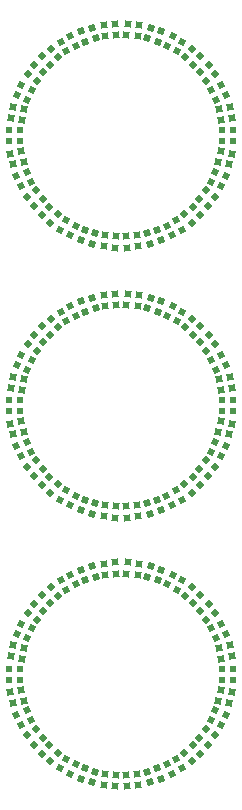
<source format=gtp>
G04 Layer: TopPasteMaskLayer*
G04 EasyEDA v6.5.29, 2023-07-18 11:22:46*
G04 d896c42b98474c1f997fee1a3b510d80,5a6b42c53f6a479593ecc07194224c93,10*
G04 Gerber Generator version 0.2*
G04 Scale: 100 percent, Rotated: No, Reflected: No *
G04 Dimensions in millimeters *
G04 leading zeros omitted , absolute positions ,4 integer and 5 decimal *
%FSLAX45Y45*%
%MOMM*%

%AMMACRO1*21,1,$1,$2,0,0,$3*%
%ADD10R,0.5500X0.5500*%
%ADD11MACRO1,0.55X0.55X12.0001*%
%ADD12MACRO1,0.55X0.55X23.9998*%
%ADD13MACRO1,0.55X0.55X23.9988*%
%ADD14MACRO1,0.55X0.55X36.0009*%
%ADD15MACRO1,0.55X0.55X36.0003*%
%ADD16MACRO1,0.55X0.55X48.0006*%
%ADD17MACRO1,0.55X0.55X47.9988*%
%ADD18MACRO1,0.55X0.55X48.0008*%
%ADD19MACRO1,0.55X0.55X60.0024*%
%ADD20MACRO1,0.55X0.55X60.0011*%
%ADD21MACRO1,0.55X0.55X59.9998*%
%ADD22MACRO1,0.55X0.55X72.0010*%
%ADD23MACRO1,0.55X0.55X72.0027*%
%ADD24MACRO1,0.55X0.55X72.0002*%
%ADD25MACRO1,0.55X0.55X84.0011*%
%ADD26MACRO1,0.55X0.55X84.0006*%
%ADD27MACRO1,0.55X0.55X84.0008*%
%ADD28MACRO1,0.55X0.55X96.0015*%
%ADD29MACRO1,0.55X0.55X95.9994*%
%ADD30MACRO1,0.55X0.55X95.9992*%
%ADD31MACRO1,0.55X0.55X108.0023*%
%ADD32MACRO1,0.55X0.55X108.0006*%
%ADD33MACRO1,0.55X0.55X119.9999*%
%ADD34MACRO1,0.55X0.55X120.0035*%
%ADD35MACRO1,0.55X0.55X119.9989*%
%ADD36MACRO1,0.55X0.55X132.0014*%
%ADD37MACRO1,0.55X0.55X131.9994*%
%ADD38MACRO1,0.55X0.55X131.9992*%
%ADD39MACRO1,0.55X0.55X143.9991*%
%ADD40MACRO1,0.55X0.55X144.0012*%
%ADD41MACRO1,0.55X0.55X143.9997*%
%ADD42MACRO1,0.55X0.55X144.0034*%
%ADD43MACRO1,0.55X0.55X156.0012*%
%ADD44MACRO1,0.55X0.55X156.0015*%
%ADD45MACRO1,0.55X0.55X155.9991*%
%ADD46MACRO1,0.55X0.55X167.9999*%
%ADD47MACRO1,0.55X0.55X167.9993*%
%ADD48MACRO1,0.55X0.55X168.0025*%
%ADD49MACRO1,0.55X0.55X-12.0001*%
%ADD50MACRO1,0.55X0.55X-12.0007*%
%ADD51MACRO1,0.55X0.55X-11.9975*%
%ADD52MACRO1,0.55X0.55X-23.9988*%
%ADD53MACRO1,0.55X0.55X-23.9985*%
%ADD54MACRO1,0.55X0.55X-24.0009*%
%ADD55MACRO1,0.55X0.55X-36.0009*%
%ADD56MACRO1,0.55X0.55X-35.9988*%
%ADD57MACRO1,0.55X0.55X-36.0003*%
%ADD58MACRO1,0.55X0.55X-35.9966*%
%ADD59MACRO1,0.55X0.55X-47.9986*%
%ADD60MACRO1,0.55X0.55X-48.0006*%
%ADD61MACRO1,0.55X0.55X-48.0008*%
%ADD62MACRO1,0.55X0.55X-60.0001*%
%ADD63MACRO1,0.55X0.55X-59.9965*%
%ADD64MACRO1,0.55X0.55X-60.0011*%
%ADD65MACRO1,0.55X0.55X-71.9977*%
%ADD66MACRO1,0.55X0.55X-71.9994*%
%ADD67MACRO1,0.55X0.55X-83.9985*%
%ADD68MACRO1,0.55X0.55X-84.0006*%
%ADD69MACRO1,0.55X0.55X-84.0008*%
%ADD70MACRO1,0.55X0.55X-95.9989*%
%ADD71MACRO1,0.55X0.55X-95.9994*%
%ADD72MACRO1,0.55X0.55X-95.9992*%
%ADD73MACRO1,0.55X0.55X-107.9990*%
%ADD74MACRO1,0.55X0.55X-107.9973*%
%ADD75MACRO1,0.55X0.55X-107.9998*%
%ADD76MACRO1,0.55X0.55X-119.9976*%
%ADD77MACRO1,0.55X0.55X-119.9989*%
%ADD78MACRO1,0.55X0.55X-120.0002*%
%ADD79MACRO1,0.55X0.55X-131.9994*%
%ADD80MACRO1,0.55X0.55X-132.0012*%
%ADD81MACRO1,0.55X0.55X-131.9992*%
%ADD82MACRO1,0.55X0.55X-143.9991*%
%ADD83MACRO1,0.55X0.55X-143.9997*%
%ADD84MACRO1,0.55X0.55X-156.0002*%
%ADD85MACRO1,0.55X0.55X-156.0012*%
%ADD86MACRO1,0.55X0.55X-167.9999*%
%ADD87MACRO1,0.55X0.55X168.0004*%
%ADD88MACRO1,0.55X0.55X156.0002*%
%ADD89MACRO1,0.55X0.55X156.0026*%
%ADD90MACRO1,0.55X0.55X144.0006*%
%ADD91MACRO1,0.55X0.55X132.0012*%
%ADD92MACRO1,0.55X0.55X120.0012*%
%ADD93MACRO1,0.55X0.55X108.0015*%
%ADD94MACRO1,0.55X0.55X107.9990*%
%ADD95MACRO1,0.55X0.55X95.9989*%
%ADD96MACRO1,0.55X0.55X96.0021*%
%ADD97MACRO1,0.55X0.55X60.0001*%
%ADD98MACRO1,0.55X0.55X35.9988*%
%ADD99MACRO1,0.55X0.55X11.9975*%
%ADD100MACRO1,0.55X0.55X12.0007*%
%ADD101MACRO1,0.55X0.55X11.9996*%
%ADD102C,0.0120*%

%LPD*%
D10*
G01*
X13262102Y9308820D03*
G01*
X13262102Y9213799D03*
G01*
X13357123Y9213799D03*
G01*
X13357123Y9308820D03*
D11*
G01*
X13233587Y9485026D03*
G01*
X13253344Y9392088D03*
G01*
X13346291Y9411839D03*
G01*
X13326534Y9504782D03*
D12*
G01*
X13169066Y9651455D03*
D13*
G01*
X13207714Y9564655D03*
D12*
G01*
X13294525Y9603299D03*
G01*
X13255875Y9690103D03*
D14*
G01*
X13071353Y9800830D03*
G01*
X13127202Y9723962D03*
D15*
G01*
X13204080Y9779811D03*
G01*
X13148227Y9856683D03*
D16*
G01*
X12944717Y9926627D03*
G01*
X13015328Y9863051D03*
D17*
G01*
X13078914Y9933663D03*
D18*
G01*
X13008300Y9997243D03*
D19*
G01*
X12794695Y10023344D03*
G01*
X12876980Y9975837D03*
D20*
G01*
X12924496Y10058128D03*
D21*
G01*
X12842205Y10105636D03*
D22*
G01*
X12627842Y10086756D03*
G01*
X12718206Y10057396D03*
D23*
G01*
X12747575Y10147767D03*
D24*
G01*
X12657204Y10177128D03*
D25*
G01*
X12451452Y10114093D03*
G01*
X12545947Y10104161D03*
D26*
G01*
X12555884Y10198665D03*
D27*
G01*
X12461383Y10208595D03*
D28*
G01*
X12273229Y10104158D03*
G01*
X12367724Y10114092D03*
D29*
G01*
X12357795Y10208595D03*
D30*
G01*
X12263296Y10198660D03*
D31*
G01*
X12100970Y10057387D03*
G01*
X12191335Y10086750D03*
D32*
G01*
X12161975Y10177123D03*
G01*
X12071606Y10147758D03*
D33*
G01*
X11942198Y9975822D03*
D34*
G01*
X12024484Y10023331D03*
D35*
G01*
X11976976Y10105626D03*
G01*
X11894686Y10058114D03*
D36*
G01*
X11803856Y9863030D03*
D37*
G01*
X11874464Y9926608D03*
D38*
G01*
X11810884Y9997227D03*
G01*
X11740272Y9933645D03*
D39*
G01*
X11691985Y9723937D03*
D40*
G01*
X11747832Y9800808D03*
D41*
G01*
X11670959Y9856665D03*
D42*
G01*
X11615111Y9779791D03*
D43*
G01*
X11611477Y9564627D03*
G01*
X11650124Y9651429D03*
D44*
G01*
X11563316Y9690083D03*
D45*
G01*
X11524670Y9603276D03*
D46*
G01*
X11565854Y9392060D03*
G01*
X11585608Y9484998D03*
D47*
G01*
X11492661Y9504760D03*
D48*
G01*
X11472909Y9411816D03*
D49*
G01*
X13249945Y9130539D03*
G01*
X13230191Y9037600D03*
D50*
G01*
X13323138Y9017839D03*
D51*
G01*
X13342890Y9110783D03*
D52*
G01*
X13204322Y8957971D03*
G01*
X13165675Y8871169D03*
D53*
G01*
X13252483Y8832515D03*
D54*
G01*
X13291129Y8919323D03*
D55*
G01*
X13123814Y8798661D03*
D56*
G01*
X13067967Y8721791D03*
D57*
G01*
X13144840Y8665933D03*
D58*
G01*
X13200688Y8742808D03*
D59*
G01*
X13011943Y8659568D03*
D60*
G01*
X12941335Y8595991D03*
D61*
G01*
X13004915Y8525371D03*
G01*
X13075527Y8588954D03*
D62*
G01*
X12873601Y8546777D03*
D63*
G01*
X12791315Y8499267D03*
D64*
G01*
X12838823Y8416973D03*
G01*
X12921113Y8464485D03*
D65*
G01*
X12714829Y8465211D03*
G01*
X12624464Y8435849D03*
D66*
G01*
X12653824Y8345476D03*
G01*
X12744193Y8374841D03*
D67*
G01*
X12542570Y8418441D03*
G01*
X12448075Y8408507D03*
D68*
G01*
X12458004Y8314004D03*
D69*
G01*
X12552503Y8323939D03*
D70*
G01*
X12364347Y8408506D03*
G01*
X12269852Y8418437D03*
D71*
G01*
X12259915Y8323934D03*
D72*
G01*
X12354416Y8314004D03*
D73*
G01*
X12187957Y8435842D03*
G01*
X12097593Y8465202D03*
D74*
G01*
X12068224Y8374832D03*
D75*
G01*
X12158595Y8345470D03*
D76*
G01*
X12021104Y8499255D03*
G01*
X11938819Y8546762D03*
D77*
G01*
X11891303Y8464471D03*
D78*
G01*
X11973594Y8416963D03*
D79*
G01*
X11871082Y8595972D03*
G01*
X11800471Y8659548D03*
D80*
G01*
X11736885Y8588936D03*
D81*
G01*
X11807499Y8525356D03*
D82*
G01*
X11744446Y8721769D03*
G01*
X11688597Y8798637D03*
D83*
G01*
X11611719Y8742787D03*
G01*
X11667572Y8665916D03*
D84*
G01*
X11646733Y8871144D03*
D85*
G01*
X11608085Y8957943D03*
D84*
G01*
X11521274Y8919300D03*
G01*
X11559924Y8832495D03*
D86*
G01*
X11582212Y9037572D03*
G01*
X11562455Y9130511D03*
G01*
X11469508Y9110760D03*
G01*
X11489265Y9017816D03*
D10*
G01*
X11553697Y9213773D03*
G01*
X11553697Y9308795D03*
G01*
X11458676Y9308795D03*
G01*
X11458676Y9213773D03*
G01*
X11553596Y6927773D03*
G01*
X11553596Y7022795D03*
G01*
X11458575Y7022795D03*
G01*
X11458575Y6927773D03*
D86*
G01*
X11582100Y6751572D03*
G01*
X11562344Y6844511D03*
G01*
X11469396Y6824760D03*
G01*
X11489154Y6731816D03*
D84*
G01*
X11646621Y6585144D03*
D85*
G01*
X11607973Y6671943D03*
D84*
G01*
X11521163Y6633300D03*
G01*
X11559813Y6546495D03*
D82*
G01*
X11744335Y6435769D03*
G01*
X11688485Y6512637D03*
D83*
G01*
X11611607Y6456787D03*
G01*
X11667460Y6379916D03*
D79*
G01*
X11870970Y6309972D03*
G01*
X11800359Y6373548D03*
D80*
G01*
X11736773Y6302936D03*
D81*
G01*
X11807388Y6239356D03*
D76*
G01*
X12020993Y6213255D03*
G01*
X11938707Y6260762D03*
D77*
G01*
X11891191Y6178471D03*
D78*
G01*
X11973482Y6130963D03*
D73*
G01*
X12187845Y6149842D03*
G01*
X12097481Y6179202D03*
D74*
G01*
X12068112Y6088832D03*
D75*
G01*
X12158483Y6059470D03*
D70*
G01*
X12364236Y6122506D03*
G01*
X12269740Y6132437D03*
D71*
G01*
X12259804Y6037934D03*
D72*
G01*
X12354304Y6028004D03*
D67*
G01*
X12542459Y6132441D03*
G01*
X12447963Y6122507D03*
D68*
G01*
X12457892Y6028004D03*
D69*
G01*
X12552391Y6037939D03*
D65*
G01*
X12714718Y6179211D03*
G01*
X12624352Y6149849D03*
D66*
G01*
X12653712Y6059476D03*
G01*
X12744081Y6088841D03*
D62*
G01*
X12873489Y6260777D03*
D63*
G01*
X12791203Y6213267D03*
D64*
G01*
X12838711Y6130973D03*
G01*
X12921001Y6178485D03*
D59*
G01*
X13011831Y6373568D03*
D60*
G01*
X12941223Y6309991D03*
D61*
G01*
X13004803Y6239371D03*
G01*
X13075415Y6302954D03*
D55*
G01*
X13123702Y6512661D03*
D56*
G01*
X13067855Y6435791D03*
D57*
G01*
X13144728Y6379933D03*
D58*
G01*
X13200576Y6456808D03*
D52*
G01*
X13204210Y6671971D03*
G01*
X13165564Y6585169D03*
D53*
G01*
X13252371Y6546515D03*
D54*
G01*
X13291017Y6633323D03*
D49*
G01*
X13249833Y6844539D03*
G01*
X13230080Y6751600D03*
D50*
G01*
X13323026Y6731839D03*
D51*
G01*
X13342778Y6824783D03*
D87*
G01*
X11565742Y7106060D03*
G01*
X11585496Y7198998D03*
D47*
G01*
X11492550Y7218760D03*
G01*
X11472796Y7125816D03*
D43*
G01*
X11611366Y7278627D03*
D88*
G01*
X11650009Y7365429D03*
D89*
G01*
X11563205Y7404083D03*
D45*
G01*
X11524557Y7317276D03*
D90*
G01*
X11691874Y7437939D03*
D39*
G01*
X11747720Y7514808D03*
D41*
G01*
X11670847Y7570665D03*
G01*
X11614998Y7493791D03*
D91*
G01*
X11803743Y7577032D03*
G01*
X11874351Y7640610D03*
D38*
G01*
X11810772Y7711229D03*
G01*
X11740159Y7647646D03*
D92*
G01*
X11942086Y7689823D03*
G01*
X12024371Y7737331D03*
G01*
X11976864Y7819626D03*
D35*
G01*
X11894574Y7772114D03*
D93*
G01*
X12100858Y7771387D03*
D94*
G01*
X12191221Y7800750D03*
D31*
G01*
X12161864Y7891123D03*
D32*
G01*
X12071494Y7861759D03*
D28*
G01*
X12273117Y7818158D03*
D95*
G01*
X12367610Y7828092D03*
D96*
G01*
X12357684Y7922595D03*
D30*
G01*
X12263183Y7912660D03*
D25*
G01*
X12451340Y7828093D03*
G01*
X12545833Y7818163D03*
D27*
G01*
X12555772Y7912665D03*
G01*
X12461271Y7922595D03*
D22*
G01*
X12627729Y7800756D03*
G01*
X12718094Y7771396D03*
D24*
G01*
X12747462Y7861767D03*
D23*
G01*
X12657093Y7891128D03*
D97*
G01*
X12794581Y7737344D03*
G01*
X12876867Y7689838D03*
D20*
G01*
X12924383Y7772128D03*
G01*
X12842093Y7819636D03*
D16*
G01*
X12944605Y7640627D03*
G01*
X13015215Y7577051D03*
D18*
G01*
X13078801Y7647663D03*
G01*
X13008187Y7711243D03*
D15*
G01*
X13071240Y7514831D03*
D98*
G01*
X13127089Y7437963D03*
D14*
G01*
X13203967Y7493811D03*
D98*
G01*
X13148114Y7570684D03*
D12*
G01*
X13168955Y7365455D03*
G01*
X13207602Y7278655D03*
G01*
X13294412Y7317299D03*
G01*
X13255762Y7404103D03*
D99*
G01*
X13233476Y7199029D03*
D100*
G01*
X13253231Y7106088D03*
D101*
G01*
X13346177Y7125839D03*
D99*
G01*
X13326419Y7218785D03*
D10*
G01*
X13261975Y7022820D03*
G01*
X13261975Y6927799D03*
G01*
X13357021Y6927799D03*
G01*
X13356996Y7022820D03*
G01*
X13262102Y4749520D03*
G01*
X13262102Y4654499D03*
G01*
X13357123Y4654499D03*
G01*
X13357123Y4749520D03*
D99*
G01*
X13233587Y4925729D03*
D100*
G01*
X13253342Y4832788D03*
D101*
G01*
X13346289Y4852539D03*
D99*
G01*
X13326531Y4945485D03*
D12*
G01*
X13169066Y5092155D03*
G01*
X13207714Y5005355D03*
G01*
X13294523Y5043999D03*
G01*
X13255873Y5130803D03*
D15*
G01*
X13071351Y5241531D03*
D98*
G01*
X13127201Y5164663D03*
D14*
G01*
X13204079Y5220511D03*
D98*
G01*
X13148226Y5297384D03*
D16*
G01*
X12944717Y5367327D03*
G01*
X13015327Y5303751D03*
D18*
G01*
X13078913Y5374363D03*
G01*
X13008298Y5437943D03*
D97*
G01*
X12794693Y5464044D03*
G01*
X12876979Y5416538D03*
D20*
G01*
X12924495Y5498828D03*
G01*
X12842205Y5546336D03*
D22*
G01*
X12627841Y5527456D03*
G01*
X12718206Y5498096D03*
D24*
G01*
X12747574Y5588467D03*
D23*
G01*
X12657204Y5617828D03*
D25*
G01*
X12451452Y5554793D03*
G01*
X12545945Y5544863D03*
D27*
G01*
X12555884Y5639365D03*
G01*
X12461383Y5649295D03*
D28*
G01*
X12273229Y5544858D03*
D95*
G01*
X12367722Y5554792D03*
D96*
G01*
X12357795Y5649295D03*
D30*
G01*
X12263295Y5639360D03*
D93*
G01*
X12100970Y5498087D03*
D94*
G01*
X12191333Y5527450D03*
D31*
G01*
X12161975Y5617823D03*
D32*
G01*
X12071606Y5588459D03*
D92*
G01*
X11942198Y5416523D03*
G01*
X12024483Y5464031D03*
G01*
X11976976Y5546326D03*
D35*
G01*
X11894686Y5498814D03*
D91*
G01*
X11803854Y5303732D03*
G01*
X11874463Y5367310D03*
D38*
G01*
X11810884Y5437929D03*
G01*
X11740271Y5374346D03*
D90*
G01*
X11691985Y5164639D03*
D39*
G01*
X11747832Y5241508D03*
D41*
G01*
X11670959Y5297365D03*
G01*
X11615110Y5220491D03*
D43*
G01*
X11611477Y5005327D03*
D88*
G01*
X11650121Y5092129D03*
D89*
G01*
X11563316Y5130783D03*
D45*
G01*
X11524669Y5043976D03*
D87*
G01*
X11565854Y4832760D03*
G01*
X11585608Y4925698D03*
D47*
G01*
X11492661Y4945460D03*
G01*
X11472908Y4852516D03*
D49*
G01*
X13249945Y4571239D03*
G01*
X13230191Y4478300D03*
D50*
G01*
X13323138Y4458539D03*
D51*
G01*
X13342890Y4551483D03*
D52*
G01*
X13204322Y4398671D03*
G01*
X13165675Y4311869D03*
D53*
G01*
X13252483Y4273215D03*
D54*
G01*
X13291129Y4360023D03*
D55*
G01*
X13123814Y4239361D03*
D56*
G01*
X13067967Y4162491D03*
D57*
G01*
X13144840Y4106633D03*
D58*
G01*
X13200688Y4183508D03*
D59*
G01*
X13011943Y4100268D03*
D60*
G01*
X12941335Y4036691D03*
D61*
G01*
X13004915Y3966071D03*
G01*
X13075527Y4029654D03*
D62*
G01*
X12873601Y3987477D03*
D63*
G01*
X12791315Y3939967D03*
D64*
G01*
X12838823Y3857673D03*
G01*
X12921113Y3905185D03*
D65*
G01*
X12714829Y3905911D03*
G01*
X12624464Y3876549D03*
D66*
G01*
X12653824Y3786176D03*
G01*
X12744193Y3815541D03*
D67*
G01*
X12542570Y3859141D03*
G01*
X12448075Y3849207D03*
D68*
G01*
X12458004Y3754704D03*
D69*
G01*
X12552503Y3764639D03*
D70*
G01*
X12364347Y3849206D03*
G01*
X12269852Y3859137D03*
D71*
G01*
X12259915Y3764634D03*
D72*
G01*
X12354416Y3754704D03*
D73*
G01*
X12187957Y3876542D03*
G01*
X12097593Y3905902D03*
D74*
G01*
X12068224Y3815532D03*
D75*
G01*
X12158595Y3786170D03*
D76*
G01*
X12021104Y3939955D03*
G01*
X11938819Y3987462D03*
D77*
G01*
X11891303Y3905171D03*
D78*
G01*
X11973594Y3857663D03*
D79*
G01*
X11871082Y4036672D03*
G01*
X11800471Y4100248D03*
D80*
G01*
X11736885Y4029636D03*
D81*
G01*
X11807499Y3966056D03*
D82*
G01*
X11744446Y4162469D03*
G01*
X11688597Y4239337D03*
D83*
G01*
X11611719Y4183487D03*
G01*
X11667572Y4106616D03*
D84*
G01*
X11646733Y4311844D03*
D85*
G01*
X11608085Y4398643D03*
D84*
G01*
X11521274Y4360000D03*
G01*
X11559924Y4273195D03*
D86*
G01*
X11582212Y4478272D03*
G01*
X11562455Y4571211D03*
G01*
X11469508Y4551460D03*
G01*
X11489265Y4458516D03*
D10*
G01*
X11553697Y4654473D03*
G01*
X11553697Y4749495D03*
G01*
X11458676Y4749495D03*
G01*
X11458676Y4654473D03*
M02*

</source>
